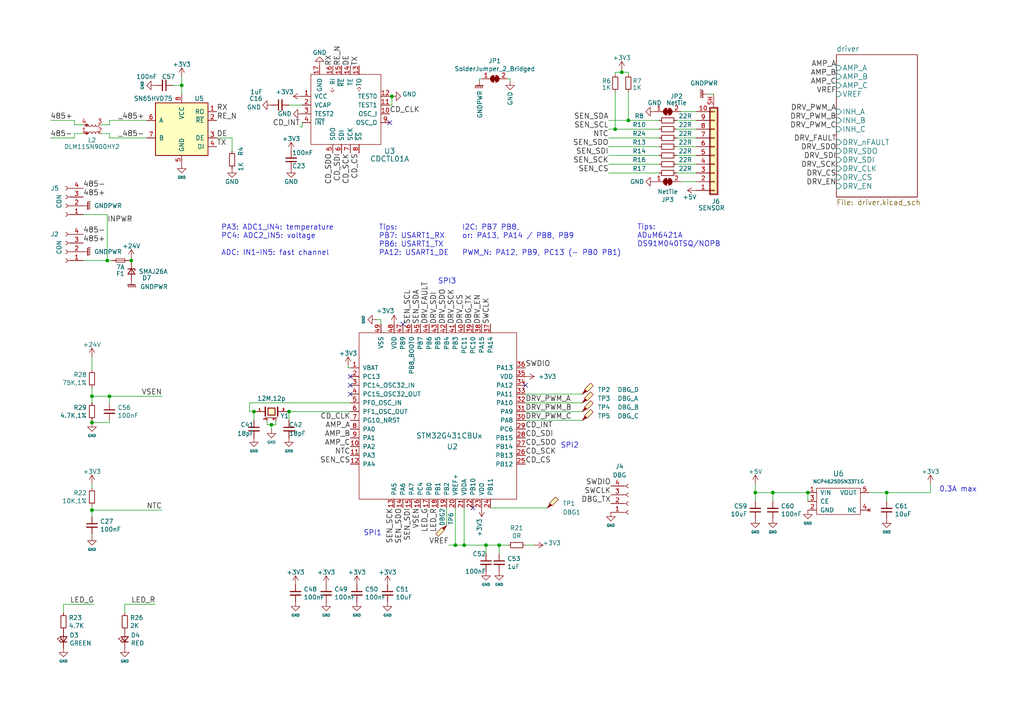
<source format=kicad_sch>
(kicad_sch (version 20230121) (generator eeschema)
  (paper "A4")
  (title_block (title "bldc") (date "2018-10-22") (rev "v0.1") (company "dukelec"))
  (lib_symbols
    (symbol "Connector:Conn_01x04_Female" (pin_names (offset 1.016) hide)
      (property "Reference" "J" (at 0 5.08 0))
      (property "Value" "Conn_01x04_Female" (at 0 -7.62 0))
      (symbol "Conn_01x04_Female_1_1"
        (pin passive line (at -5.08 2.54 0) (length 3.81) (name "Pin_1") (number "1"))
        (pin passive line (at -5.08 0 0) (length 3.81) (name "Pin_2") (number "2"))
        (pin passive line (at -5.08 -2.54 0) (length 3.81) (name "Pin_3") (number "3"))
        (pin passive line (at -5.08 -5.08 0) (length 3.81) (name "Pin_4") (number "4"))
      )
    )
    (symbol "Connector:TestPoint_Probe" (pin_numbers hide) (pin_names (offset 0.762) hide)
      (property "Reference" "TP" (at 1.651 5.842 0))
      (property "Value" "TestPoint_Probe" (at 1.651 4.064 0))
      (symbol "TestPoint_Probe_1_1"
        (pin passive line (at 0 0 90) (length 0) (name "1") (number "1"))
      )
    )
    (symbol "Connector_Generic_Shielded:Conn_01x10_Shielded" (pin_names (offset 1.016) hide)
      (property "Reference" "J" (at 0.254 12.446 0))
      (property "Value" "Conn_01x10_Shielded" (at 1.016 -14.986 0))
      (symbol "Conn_01x10_Shielded_1_1"
        (pin passive line (at -5.08 10.16 0) (length 4.064) (name "Pin_1") (number "1"))
        (pin passive line (at -5.08 -12.7 0) (length 4.064) (name "Pin_10") (number "10"))
        (pin passive line (at -5.08 7.62 0) (length 4.064) (name "Pin_2") (number "2"))
        (pin passive line (at -5.08 5.08 0) (length 4.064) (name "Pin_3") (number "3"))
        (pin passive line (at -5.08 2.54 0) (length 4.064) (name "Pin_4") (number "4"))
        (pin passive line (at -5.08 0 0) (length 4.064) (name "Pin_5") (number "5"))
        (pin passive line (at -5.08 -2.54 0) (length 4.064) (name "Pin_6") (number "6"))
        (pin passive line (at -5.08 -5.08 0) (length 4.064) (name "Pin_7") (number "7"))
        (pin passive line (at -5.08 -7.62 0) (length 4.064) (name "Pin_8") (number "8"))
        (pin passive line (at -5.08 -10.16 0) (length 4.064) (name "Pin_9") (number "9"))
        (pin passive line (at 0 -17.78 90) (length 3.81) (name "Shield") (number "SH"))
      )
    )
    (symbol "Device:C_Small" (pin_numbers hide) (pin_names (offset 0.254) hide)
      (property "Reference" "C" (at 0.254 1.778 0))
      (property "Value" "C_Small" (at 0.254 -2.032 0))
      (symbol "C_Small_1_1"
        (pin passive line (at 0 2.54 270) (length 2.032) (name "~") (number "1"))
        (pin passive line (at 0 -2.54 90) (length 2.032) (name "~") (number "2"))
      )
    )
    (symbol "Device:D_Zener_Small" (pin_numbers hide) (pin_names (offset 0.254) hide)
      (property "Reference" "D" (at 0 2.286 0))
      (property "Value" "D_Zener_Small" (at 0 -2.286 0))
      (symbol "D_Zener_Small_1_1"
        (pin passive line (at -2.54 0 0) (length 1.778) (name "K") (number "1"))
        (pin passive line (at 2.54 0 180) (length 1.778) (name "A") (number "2"))
      )
    )
    (symbol "Device:Fuse_Small" (pin_numbers hide) (pin_names (offset 0.254) hide)
      (property "Reference" "F" (at 0 -1.524 0))
      (property "Value" "Fuse_Small" (at 0 1.524 0))
      (symbol "Fuse_Small_1_1"
        (pin passive line (at -2.54 0 0) (length 1.27) (name "~") (number "1"))
        (pin passive line (at 2.54 0 180) (length 1.27) (name "~") (number "2"))
      )
    )
    (symbol "Device:LED_Small" (pin_numbers hide) (pin_names (offset 0.254) hide)
      (property "Reference" "D" (at -1.27 3.175 0))
      (property "Value" "LED_Small" (at -4.445 -2.54 0))
      (symbol "LED_Small_1_1"
        (pin passive line (at -2.54 0 0) (length 1.778) (name "K") (number "1"))
        (pin passive line (at 2.54 0 180) (length 1.778) (name "A") (number "2"))
      )
    )
    (symbol "Device:L_Coupled_Small_1243" (pin_names (offset 0.254) hide)
      (property "Reference" "L" (at 0 3.175 0))
      (property "Value" "L_Coupled_Small_1243" (at 0 -3.175 0))
      (symbol "L_Coupled_Small_1243_1_1"
        (pin passive line (at -2.54 1.27 0) (length 0.508) (name "1") (number "1"))
        (pin passive line (at 2.54 1.27 180) (length 0.508) (name "2") (number "2"))
        (pin passive line (at 2.54 -1.27 180) (length 0.508) (name "3") (number "3"))
        (pin passive line (at -2.54 -1.27 0) (length 0.508) (name "4") (number "4"))
      )
    )
    (symbol "Device:R_Small" (pin_numbers hide) (pin_names (offset 0.254) hide)
      (property "Reference" "R" (at 0.762 0.508 0))
      (property "Value" "R_Small" (at 0.762 -1.016 0))
      (symbol "R_Small_1_1"
        (pin passive line (at 0 2.54 270) (length 0.762) (name "~") (number "1"))
        (pin passive line (at 0 -2.54 90) (length 0.762) (name "~") (number "2"))
      )
    )
    (symbol "Interface_UART:SP3485EN" (pin_names (offset 1.016))
      (property "Reference" "U" (at -7.62 8.89 0))
      (property "Value" "SP3485EN" (at 2.54 8.89 0))
      (symbol "SP3485EN_1_1"
        (pin output line (at -10.16 5.08 0) (length 2.54) (name "RO") (number "1"))
        (pin input line (at -10.16 2.54 0) (length 2.54) (name "~{RE}") (number "2"))
        (pin input line (at -10.16 -2.54 0) (length 2.54) (name "DE") (number "3"))
        (pin input line (at -10.16 -5.08 0) (length 2.54) (name "DI") (number "4"))
        (pin power_in line (at 0 -10.16 90) (length 2.54) (name "GND") (number "5"))
        (pin bidirectional line (at 10.16 2.54 180) (length 2.54) (name "A") (number "6"))
        (pin bidirectional line (at 10.16 -2.54 180) (length 2.54) (name "B") (number "7"))
        (pin power_in line (at 0 10.16 270) (length 2.54) (name "VCC") (number "8"))
      )
    )
    (symbol "Jumper:SolderJumper_2_Bridged" (pin_names (offset 0) hide)
      (property "Reference" "JP" (at 0 2.032 0))
      (property "Value" "SolderJumper_2_Bridged" (at 0 -2.54 0))
      (symbol "SolderJumper_2_Bridged_1_1"
        (pin passive line (at -3.81 0 0) (length 2.54) (name "A") (number "1"))
        (pin passive line (at 3.81 0 180) (length 2.54) (name "B") (number "2"))
      )
    )
    (symbol "cdbus_bridge-rescue:C_Small-device1-cdbus_bridge-rescue" (pin_numbers hide) (pin_names (offset 0.254) hide)
      (property "Reference" "C" (at 0.254 1.778 0))
      (property "Value" "C_Small-device1-cdbus_bridge-rescue" (at 0.254 -2.032 0))
      (symbol "C_Small-device1-cdbus_bridge-rescue_1_1"
        (pin passive line (at 0 2.54 270) (length 2.032) (name "~") (number "1"))
        (pin passive line (at 0 -2.54 90) (length 2.032) (name "~") (number "2"))
      )
    )
    (symbol "cdbus_bridge-rescue:R_Small-device1-cdbus_bridge-rescue" (pin_numbers hide) (pin_names (offset 0.254) hide)
      (property "Reference" "R" (at 0.762 0.508 0))
      (property "Value" "R_Small-device1-cdbus_bridge-rescue" (at 0.762 -1.016 0))
      (symbol "R_Small-device1-cdbus_bridge-rescue_1_1"
        (pin passive line (at 0 2.54 270) (length 0.762) (name "~") (number "1"))
        (pin passive line (at 0 -2.54 90) (length 0.762) (name "~") (number "2"))
      )
    )
    (symbol "common:XTAL_4P" (pin_names (offset 1.016) hide)
      (property "Reference" "Y" (at 3.81 -1.27 0))
      (property "Value" "XTAL_4P" (at 0 2.54 0))
      (symbol "XTAL_4P_1_1"
        (pin passive line (at -5.08 0 0) (length 3.302) (name "1") (number "1"))
        (pin passive line (at -1.27 -2.54 90) (length 0.762) (name "case") (number "2"))
        (pin passive line (at 5.08 0 180) (length 3.302) (name "3") (number "3"))
        (pin passive line (at 1.27 -2.54 90) (length 0.762) (name "case") (number "4"))
      )
    )
    (symbol "power:+24V" (power) (pin_names (offset 0))
      (property "Value" "+24V" (at 0 3.556 0))
      (symbol "+24V_1_1"
        (pin power_in line (at 0 0 90) (length 0) hide (name "+24V") (number "1"))
      )
    )
    (symbol "power:+3V3" (power) (pin_names (offset 0))
      (property "Value" "+3V3" (at 0 3.556 0))
      (symbol "+3V3_1_1"
        (pin power_in line (at 0 0 90) (length 0) hide (name "+3V3") (number "1"))
      )
    )
    (symbol "power:+5V" (power) (pin_names (offset 0))
      (property "Value" "+5V" (at 0 3.556 0))
      (symbol "+5V_1_1"
        (pin power_in line (at 0 0 90) (length 0) hide (name "+5V") (number "1"))
      )
    )
    (symbol "power:GND" (power) (pin_names (offset 0))
      (property "Value" "GND" (at 0 -3.81 0))
      (symbol "GND_1_1"
        (pin power_in line (at 0 0 270) (length 0) hide (name "GND") (number "1"))
      )
    )
    (symbol "power:GNDPWR" (power) (pin_names (offset 0))
      (property "Value" "GNDPWR" (at 0 -3.302 0))
      (symbol "GNDPWR_1_1"
        (pin power_in line (at 0 0 270) (length 0) hide (name "GNDPWR") (number "1"))
      )
    )
    (symbol "uncommon:CDCTL01A" (pin_names (offset 1.016))
      (property "Reference" "U" (at 12.7 -9.144 0))
      (property "Value" "CDCTL01A" (at 12.7 -11.938 0))
      (symbol "CDCTL01A_1_1"
        (pin power_in line (at -12.7 3.81 0) (length 2.54) (name "VCC") (number "1"))
        (pin input line (at 12.7 -1.27 180) (length 2.54) (name "OSC_I") (number "10"))
        (pin input line (at 12.7 1.27 180) (length 2.54) (name "TEST1") (number "11"))
        (pin input line (at 12.7 3.81 180) (length 2.54) (name "TEST0") (number "12"))
        (pin output line (at 3.81 12.7 270) (length 2.54) (name "TO") (number "13"))
        (pin output line (at 1.27 12.7 270) (length 2.54) (name "TE") (number "14"))
        (pin output line (at -1.27 12.7 270) (length 2.54) (name "~{RE}") (number "15"))
        (pin input line (at -3.81 12.7 270) (length 2.54) (name "RI") (number "16"))
        (pin power_in line (at -7.62 12.7 270) (length 2.54) (name "GND") (number "17"))
        (pin power_out line (at -12.7 1.27 0) (length 2.54) (name "VCAP") (number "2"))
        (pin input line (at -12.7 -1.27 0) (length 2.54) (name "TEST2") (number "3"))
        (pin open_collector line (at -12.7 -3.81 0) (length 2.54) (name "~{INT}") (number "4"))
        (pin output line (at -3.81 -12.7 90) (length 2.54) (name "SDO") (number "5"))
        (pin input line (at -1.27 -12.7 90) (length 2.54) (name "SDI") (number "6"))
        (pin input line (at 1.27 -12.7 90) (length 2.54) (name "SCK") (number "7"))
        (pin input line (at 3.81 -12.7 90) (length 2.54) (name "~{SS}") (number "8"))
        (pin output line (at 12.7 -3.81 180) (length 2.54) (name "OSC_O") (number "9"))
      )
    )
    (symbol "uncommon:NCP4625DSN33T1G" (pin_names (offset 1.016))
      (property "Reference" "U" (at 0 5.08 0))
      (property "Value" "NCP4625DSN33T1G" (at 1.27 -5.08 0))
      (symbol "NCP4625DSN33T1G_1_1"
        (pin input line (at -8.89 2.54 0) (length 2.54) (name "VIN") (number "1"))
        (pin passive line (at -8.89 -2.54 0) (length 2.54) (name "GND") (number "2"))
        (pin passive line (at -8.89 0 0) (length 2.54) (name "CE") (number "3"))
        (pin no_connect line (at 8.89 -2.54 180) (length 2.54) (name "NC") (number "4"))
        (pin output line (at 8.89 2.54 180) (length 2.54) (name "VOUT") (number "5"))
      )
    )
    (symbol "uncommon:STM32G431CBUx" (pin_names (offset 1.016))
      (property "Reference" "U" (at 43.18 -49.53 0))
      (property "Value" "STM32G431CBUx" (at 22.86 -36.83 0))
      (symbol "STM32G431CBUx_1_1"
        (pin power_in line (at -2.54 -10.16 0) (length 2.54) (name "VBAT") (number "1"))
        (pin bidirectional line (at -2.54 -33.02 0) (length 2.54) (name "PA2") (number "10"))
        (pin bidirectional line (at -2.54 -35.56 0) (length 2.54) (name "PA3") (number "11"))
        (pin bidirectional line (at -2.54 -38.1 0) (length 2.54) (name "PA4") (number "12"))
        (pin bidirectional line (at 10.16 -50.8 90) (length 2.54) (name "PA5") (number "13"))
        (pin bidirectional line (at 12.7 -50.8 90) (length 2.54) (name "PA6") (number "14"))
        (pin bidirectional line (at 15.24 -50.8 90) (length 2.54) (name "PA7") (number "15"))
        (pin bidirectional line (at 17.78 -50.8 90) (length 2.54) (name "PC4") (number "16"))
        (pin bidirectional line (at 20.32 -50.8 90) (length 2.54) (name "PB0") (number "17"))
        (pin bidirectional line (at 22.86 -50.8 90) (length 2.54) (name "PB1") (number "18"))
        (pin bidirectional line (at 25.4 -50.8 90) (length 2.54) (name "PB2") (number "19"))
        (pin bidirectional line (at -2.54 -12.7 0) (length 2.54) (name "PC13") (number "2"))
        (pin passive line (at 27.94 -50.8 90) (length 2.54) (name "VREF+") (number "20"))
        (pin power_in line (at 30.48 -50.8 90) (length 2.54) (name "VDDA") (number "21"))
        (pin bidirectional line (at 33.02 -50.8 90) (length 2.54) (name "PB10") (number "22"))
        (pin power_in line (at 35.56 -50.8 90) (length 2.54) (name "VDD") (number "23"))
        (pin bidirectional line (at 38.1 -50.8 90) (length 2.54) (name "PB11") (number "24"))
        (pin bidirectional line (at 48.26 -38.1 180) (length 2.54) (name "PB12") (number "25"))
        (pin bidirectional line (at 48.26 -35.56 180) (length 2.54) (name "PB13") (number "26"))
        (pin bidirectional line (at 48.26 -33.02 180) (length 2.54) (name "PB14") (number "27"))
        (pin bidirectional line (at 48.26 -30.48 180) (length 2.54) (name "PB15") (number "28"))
        (pin bidirectional line (at 48.26 -27.94 180) (length 2.54) (name "PC6") (number "29"))
        (pin bidirectional line (at -2.54 -15.24 0) (length 2.54) (name "PC14_OSC32_IN") (number "3"))
        (pin bidirectional line (at 48.26 -25.4 180) (length 2.54) (name "PA8") (number "30"))
        (pin bidirectional line (at 48.26 -22.86 180) (length 2.54) (name "PA9") (number "31"))
        (pin bidirectional line (at 48.26 -20.32 180) (length 2.54) (name "PA10") (number "32"))
        (pin bidirectional line (at 48.26 -17.78 180) (length 2.54) (name "PA11") (number "33"))
        (pin bidirectional line (at 48.26 -15.24 180) (length 2.54) (name "PA12") (number "34"))
        (pin power_in line (at 48.26 -12.7 180) (length 2.54) (name "VDD") (number "35"))
        (pin bidirectional line (at 48.26 -10.16 180) (length 2.54) (name "PA13") (number "36"))
        (pin bidirectional line (at 38.1 2.54 270) (length 2.54) (name "PA14") (number "37"))
        (pin bidirectional line (at 35.56 2.54 270) (length 2.54) (name "PA15") (number "38"))
        (pin bidirectional line (at 33.02 2.54 270) (length 2.54) (name "PC10") (number "39"))
        (pin bidirectional line (at -2.54 -17.78 0) (length 2.54) (name "PC15_OSC32_OUT") (number "4"))
        (pin bidirectional line (at 30.48 2.54 270) (length 2.54) (name "PC11") (number "40"))
        (pin bidirectional line (at 27.94 2.54 270) (length 2.54) (name "PB3") (number "41"))
        (pin bidirectional line (at 25.4 2.54 270) (length 2.54) (name "PB4") (number "42"))
        (pin bidirectional line (at 22.86 2.54 270) (length 2.54) (name "PB5") (number "43"))
        (pin bidirectional line (at 20.32 2.54 270) (length 2.54) (name "PB6") (number "44"))
        (pin bidirectional line (at 17.78 2.54 270) (length 2.54) (name "PB7") (number "45"))
        (pin bidirectional line (at 15.24 2.54 270) (length 2.54) (name "PB8_BOOT0") (number "46"))
        (pin bidirectional line (at 12.7 2.54 270) (length 2.54) (name "PB9") (number "47"))
        (pin power_in line (at 10.16 2.54 270) (length 2.54) (name "VDD") (number "48"))
        (pin power_in line (at 6.35 2.54 270) (length 2.54) (name "VSS") (number "49"))
        (pin bidirectional line (at -2.54 -20.32 0) (length 2.54) (name "PF0_OSC_IN") (number "5"))
        (pin bidirectional line (at -2.54 -22.86 0) (length 2.54) (name "PF1_OSC_OUT") (number "6"))
        (pin bidirectional line (at -2.54 -25.4 0) (length 2.54) (name "PG10_NRST") (number "7"))
        (pin bidirectional line (at -2.54 -27.94 0) (length 2.54) (name "PA0") (number "8"))
        (pin bidirectional line (at -2.54 -30.48 0) (length 2.54) (name "PA1") (number "9"))
      )
    )
  )
  (junction (at 26.67 114.935))
  (junction (at 219.075 142.875))
  (junction (at 31.115 75.565))
  (junction (at 144.78 158.115))
  (junction (at 182.245 34.925))
  (junction (at 113.665 27.94))
  (junction (at 31.75 114.935))
  (junction (at 78.74 123.19))
  (junction (at 26.67 147.955))
  (junction (at 140.97 158.115))
  (junction (at 38.1 75.565))
  (junction (at 83.82 119.38))
  (junction (at 178.435 37.465))
  (junction (at 52.705 24.765))
  (junction (at 134.62 158.115))
  (junction (at 26.67 122.555))
  (junction (at 234.315 142.875))
  (junction (at 73.66 119.38))
  (junction (at 257.175 142.875))
  (junction (at 132.08 158.115))
  (junction (at 180.34 20.955))
  (junction (at 224.155 142.875))
  (no_connect (at 137.16 147.32))
  (no_connect (at 101.6 109.22))
  (no_connect (at 152.4 111.76))
  (no_connect (at 101.6 111.76))
  (no_connect (at 116.84 93.98))
  (no_connect (at 113.03 35.56))
  (no_connect (at 101.6 114.3))
  (wire (pts (xy 52.705 22.225) (xy 52.705 24.765)))
  (wire (pts (xy 80.01 121.92) (xy 80.01 123.19)))
  (wire (pts (xy 176.53 40.005) (xy 191.135 40.005)))
  (wire (pts (xy 83.82 30.48) (xy 87.63 30.48)))
  (wire (pts (xy 197.485 32.385) (xy 201.93 32.385)))
  (wire (pts (xy 24.13 36.195) (xy 21.59 36.195)))
  (wire (pts (xy 132.08 158.115) (xy 134.62 158.115)))
  (wire (pts (xy 140.97 158.115) (xy 144.78 158.115)))
  (wire (pts (xy 154.94 158.115) (xy 152.4 158.115)))
  (wire (pts (xy 144.78 158.115) (xy 147.32 158.115)))
  (wire (pts (xy 178.435 21.59) (xy 178.435 20.955)))
  (wire (pts (xy 38.1 74.93) (xy 38.1 75.565)))
  (wire (pts (xy 31.75 121.92) (xy 31.75 122.555)))
  (wire (pts (xy 50.165 24.765) (xy 52.705 24.765)))
  (wire (pts (xy 72.39 116.84) (xy 72.39 119.38)))
  (wire (pts (xy 21.59 36.195) (xy 21.59 34.925)))
  (wire (pts (xy 77.47 123.19) (xy 78.74 123.19)))
  (wire (pts (xy 31.115 62.23) (xy 31.115 75.565)))
  (wire (pts (xy 176.53 45.085) (xy 191.135 45.085)))
  (wire (pts (xy 29.21 36.195) (xy 31.75 36.195)))
  (wire (pts (xy 158.75 147.32) (xy 142.24 147.32)))
  (wire (pts (xy 176.53 34.925) (xy 182.245 34.925)))
  (wire (pts (xy 224.155 142.875) (xy 234.315 142.875)))
  (wire (pts (xy 24.13 75.565) (xy 31.115 75.565)))
  (wire (pts (xy 152.4 116.84) (xy 168.91 116.84)))
  (wire (pts (xy 26.67 112.395) (xy 26.67 114.935)))
  (wire (pts (xy 26.67 146.685) (xy 26.67 147.955)))
  (wire (pts (xy 140.97 160.655) (xy 140.97 158.115)))
  (wire (pts (xy 152.4 114.3) (xy 168.91 114.3)))
  (wire (pts (xy 197.485 52.705) (xy 201.93 52.705)))
  (wire (pts (xy 196.215 40.005) (xy 201.93 40.005)))
  (wire (pts (xy 139.065 22.86) (xy 139.065 23.495)))
  (wire (pts (xy 196.215 45.085) (xy 201.93 45.085)))
  (wire (pts (xy 31.75 122.555) (xy 26.67 122.555)))
  (wire (pts (xy 67.31 43.815) (xy 67.31 40.005)))
  (wire (pts (xy 77.47 121.92) (xy 77.47 123.19)))
  (wire (pts (xy 18.415 177.8) (xy 18.415 175.26)))
  (wire (pts (xy 52.705 24.765) (xy 52.705 27.305)))
  (wire (pts (xy 26.67 147.955) (xy 46.99 147.955)))
  (wire (pts (xy 180.34 20.955) (xy 182.245 20.955)))
  (wire (pts (xy 29.21 38.735) (xy 31.75 38.735)))
  (wire (pts (xy 134.62 158.115) (xy 134.62 147.32)))
  (wire (pts (xy 101.6 119.38) (xy 83.82 119.38)))
  (wire (pts (xy 176.53 37.465) (xy 178.435 37.465)))
  (wire (pts (xy 100.965 106.045) (xy 100.965 106.68)))
  (wire (pts (xy 26.67 121.92) (xy 26.67 122.555)))
  (wire (pts (xy 182.245 34.925) (xy 191.135 34.925)))
  (wire (pts (xy 18.415 175.26) (xy 27.305 175.26)))
  (wire (pts (xy 176.53 47.625) (xy 191.135 47.625)))
  (wire (pts (xy 178.435 26.67) (xy 178.435 37.465)))
  (wire (pts (xy 178.435 20.955) (xy 180.34 20.955)))
  (wire (pts (xy 31.75 38.735) (xy 31.75 40.005)))
  (wire (pts (xy 147.32 22.86) (xy 147.955 22.86)))
  (wire (pts (xy 219.075 140.335) (xy 219.075 142.875)))
  (wire (pts (xy 38.1 75.565) (xy 38.1 76.2)))
  (wire (pts (xy 83.82 119.38) (xy 83.82 121.92)))
  (wire (pts (xy 24.13 62.23) (xy 31.115 62.23)))
  (wire (pts (xy 87.63 36.83) (xy 87.63 35.56)))
  (wire (pts (xy 147.955 22.86) (xy 147.955 23.495)))
  (wire (pts (xy 26.67 107.315) (xy 26.67 103.505)))
  (wire (pts (xy 80.01 123.19) (xy 78.74 123.19)))
  (wire (pts (xy 72.39 119.38) (xy 73.66 119.38)))
  (wire (pts (xy 252.095 142.875) (xy 257.175 142.875)))
  (wire (pts (xy 132.08 147.32) (xy 132.08 158.115)))
  (wire (pts (xy 182.245 20.955) (xy 182.245 21.59)))
  (wire (pts (xy 152.4 121.92) (xy 168.91 121.92)))
  (wire (pts (xy 182.245 26.67) (xy 182.245 34.925)))
  (wire (pts (xy 219.075 142.875) (xy 224.155 142.875)))
  (wire (pts (xy 168.91 119.38) (xy 152.4 119.38)))
  (wire (pts (xy 36.195 177.8) (xy 36.195 175.26)))
  (wire (pts (xy 37.465 75.565) (xy 38.1 75.565)))
  (wire (pts (xy 31.75 114.935) (xy 31.75 116.84)))
  (wire (pts (xy 257.175 142.875) (xy 257.175 145.415)))
  (wire (pts (xy 109.22 92.71) (xy 110.49 92.71)))
  (wire (pts (xy 86.995 36.83) (xy 87.63 36.83)))
  (wire (pts (xy 180.34 20.32) (xy 180.34 20.955)))
  (wire (pts (xy 234.315 145.415) (xy 234.315 142.875)))
  (wire (pts (xy 31.75 34.925) (xy 42.545 34.925)))
  (wire (pts (xy 139.7 22.86) (xy 139.065 22.86)))
  (wire (pts (xy 31.115 75.565) (xy 32.385 75.565)))
  (wire (pts (xy 196.215 34.925) (xy 201.93 34.925)))
  (wire (pts (xy 31.75 114.935) (xy 46.99 114.935)))
  (wire (pts (xy 176.53 50.165) (xy 191.135 50.165)))
  (wire (pts (xy 196.215 47.625) (xy 201.93 47.625)))
  (wire (pts (xy 24.13 38.735) (xy 21.59 38.735)))
  (wire (pts (xy 129.54 147.32) (xy 129.54 152.4)))
  (wire (pts (xy 196.215 50.165) (xy 201.93 50.165)))
  (wire (pts (xy 113.665 30.48) (xy 113.03 30.48)))
  (wire (pts (xy 31.75 36.195) (xy 31.75 34.925)))
  (wire (pts (xy 113.665 27.94) (xy 113.03 27.94)))
  (wire (pts (xy 257.175 142.875) (xy 269.875 142.875)))
  (wire (pts (xy 113.665 27.94) (xy 113.665 30.48)))
  (wire (pts (xy 176.53 42.545) (xy 191.135 42.545)))
  (wire (pts (xy 205.105 27.305) (xy 207.01 27.305)))
  (wire (pts (xy 36.195 175.26) (xy 45.085 175.26)))
  (wire (pts (xy 21.59 34.925) (xy 14.605 34.925)))
  (wire (pts (xy 134.62 158.115) (xy 140.97 158.115)))
  (wire (pts (xy 67.31 40.005) (xy 62.865 40.005)))
  (wire (pts (xy 144.78 158.115) (xy 144.78 160.655)))
  (wire (pts (xy 196.215 42.545) (xy 201.93 42.545)))
  (wire (pts (xy 178.435 37.465) (xy 191.135 37.465)))
  (wire (pts (xy 21.59 38.735) (xy 21.59 40.005)))
  (wire (pts (xy 31.75 40.005) (xy 42.545 40.005)))
  (wire (pts (xy 100.965 106.68) (xy 101.6 106.68)))
  (wire (pts (xy 26.67 147.955) (xy 26.67 149.86)))
  (wire (pts (xy 26.67 154.94) (xy 26.67 155.575)))
  (wire (pts (xy 219.075 142.875) (xy 219.075 145.415)))
  (wire (pts (xy 26.67 114.935) (xy 26.67 116.84)))
  (wire (pts (xy 269.875 140.335) (xy 269.875 142.875)))
  (wire (pts (xy 196.215 37.465) (xy 201.93 37.465)))
  (wire (pts (xy 72.39 116.84) (xy 101.6 116.84)))
  (wire (pts (xy 73.66 119.38) (xy 73.66 121.92)))
  (wire (pts (xy 26.67 141.605) (xy 26.67 140.335)))
  (wire (pts (xy 78.74 123.19) (xy 78.74 124.46)))
  (wire (pts (xy 130.175 158.115) (xy 132.08 158.115)))
  (wire (pts (xy 224.155 142.875) (xy 224.155 145.415)))
  (wire (pts (xy 21.59 40.005) (xy 14.605 40.005)))
  (wire (pts (xy 26.67 114.935) (xy 31.75 114.935)))
  (wire (pts (xy 110.49 92.71) (xy 110.49 93.98)))
  (text "PA3: ADC1_IN4: temperature\nPC4: ADC2_IN5: voltage\n\nADC: IN1~IN5: fast channel" (at 64.135 74.295 0) (effects (font (size 1.524 1.524)) (justify left bottom)))
  (text "Tips:\nPB7: USART1_RX\nPB6: USART1_TX\nPA12: USART1_DE" (at 109.855 74.295 0) (effects (font (size 1.524 1.524)) (justify left bottom)))
  (text "SPI3" (at 127 82.55 0) (effects (font (size 1.524 1.524)) (justify left bottom)))
  (text "SPI1" (at 105.41 155.575 0) (effects (font (size 1.524 1.524)) (justify left bottom)))
  (text "Tips:\nADuM6421A\nDS91M040TSQ/NOPB" (at 184.785 71.755 0) (effects (font (size 1.524 1.524)) (justify left bottom)))
  (text "I2C: PB7 PB8,\nor: PA13, PA14 / PB8, PB9\n\nPWM_N: PA12, PB9, PC13 (- PB0 PB1)" (at 133.985 74.295 0) (effects (font (size 1.524 1.524)) (justify left bottom)))
  (text "0.3A max" (at 272.415 142.875 0) (effects (font (size 1.524 1.524)) (justify left bottom)))
  (text "SPI2" (at 162.56 130.175 0) (effects (font (size 1.524 1.524)) (justify left bottom)))
  (label "DRV_CS" (at 242.57 51.435 180) (effects (font (size 1.524 1.524))))
  (label "485-" (at 14.605 40.005 0) (effects (font (size 1.524 1.524))))
  (label "RX" (at 62.865 32.385 0) (effects (font (size 1.524 1.524))))
  (label "SEN_SCL" (at 176.53 37.465 180) (effects (font (size 1.524 1.524))))
  (label "CD_SDI" (at 99.06 44.45 270) (effects (font (size 1.524 1.524))))
  (label "DRV_SCK" (at 132.08 93.98 90) (effects (font (size 1.524 1.524))))
  (label "CD_CS" (at 152.4 134.62 0) (effects (font (size 1.524 1.524))))
  (label "DRV_CS" (at 134.62 93.98 90) (effects (font (size 1.524 1.524))))
  (label "CD_CLK" (at 101.6 121.92 180) (effects (font (size 1.524 1.524))))
  (label "DRV_PWM_B" (at 242.57 34.925 180) (effects (font (size 1.524 1.524))))
  (label "SWDIO" (at 152.4 106.68 0) (effects (font (size 1.524 1.524))))
  (label "AMP_A" (at 101.6 124.46 180) (effects (font (size 1.524 1.524))))
  (label "AMP_C" (at 242.57 24.765 180) (effects (font (size 1.524 1.524))))
  (label "AMP_C" (at 101.6 129.54 180) (effects (font (size 1.524 1.524))))
  (label "CD_SDO" (at 96.52 44.45 270) (effects (font (size 1.524 1.524))))
  (label "SWDIO" (at 177.165 140.97 180) (effects (font (size 1.524 1.524))))
  (label "SWCLK" (at 142.24 93.98 90) (effects (font (size 1.524 1.524))))
  (label "SEN_SDI" (at 119.38 147.32 270) (effects (font (size 1.524 1.524))))
  (label "DE" (at 101.6 19.05 90) (effects (font (size 1.524 1.524))))
  (label "SEN_SDO" (at 116.84 147.32 270) (effects (font (size 1.524 1.524))))
  (label "CD_SCK" (at 101.6 44.45 270) (effects (font (size 1.524 1.524))))
  (label "DRV_EN" (at 242.57 53.975 180) (effects (font (size 1.524 1.524))))
  (label "CD_SDI" (at 152.4 127 0) (effects (font (size 1.524 1.524))))
  (label "DRV_SDO" (at 129.54 93.98 90) (effects (font (size 1.524 1.524))))
  (label "DRV_PWM_C" (at 152.4 121.92 0) (effects (font (size 1.524 1.524))))
  (label "SEN_SDA" (at 121.92 93.98 90) (effects (font (size 1.524 1.524))))
  (label "485-" (at 24.13 54.61 0) (effects (font (size 1.524 1.524))))
  (label "485+" (at 14.605 34.925 0) (effects (font (size 1.524 1.524))))
  (label "SEN_CS" (at 176.53 50.165 180) (effects (font (size 1.524 1.524))))
  (label "485-" (at 24.13 67.945 0) (effects (font (size 1.524 1.524))))
  (label "TX" (at 62.865 42.545 0) (effects (font (size 1.524 1.524))))
  (label "AMP_A" (at 242.57 19.685 180) (effects (font (size 1.524 1.524))))
  (label "DRV_SDI" (at 242.57 46.355 180) (effects (font (size 1.524 1.524))))
  (label "SEN_SCK" (at 114.3 147.32 270) (effects (font (size 1.524 1.524))))
  (label "VREF" (at 130.175 158.115 180) (effects (font (size 1.524 1.524))))
  (label "VREF" (at 242.57 27.305 180) (effects (font (size 1.524 1.524))))
  (label "CD_INT" (at 86.995 36.83 180) (effects (font (size 1.524 1.524))))
  (label "AMP_B" (at 101.6 127 180) (effects (font (size 1.524 1.524))))
  (label "CD_CLK" (at 113.03 33.02 0) (effects (font (size 1.524 1.524))))
  (label "DRV_PWM_C" (at 242.57 37.465 180) (effects (font (size 1.524 1.524))))
  (label "DRV_SCK" (at 242.57 48.895 180) (effects (font (size 1.524 1.524))))
  (label "CD_SCK" (at 152.4 132.08 0) (effects (font (size 1.524 1.524))))
  (label "DRV_PWM_B" (at 152.4 119.38 0) (effects (font (size 1.524 1.524))))
  (label "NTC" (at 101.6 132.08 180) (effects (font (size 1.524 1.524))))
  (label "DBG_TX" (at 177.165 146.05 180) (effects (font (size 1.524 1.524))))
  (label "SEN_SDO" (at 176.53 42.545 180) (effects (font (size 1.524 1.524))))
  (label "INPWR" (at 31.115 64.77 0) (effects (font (size 1.524 1.524))))
  (label "RX" (at 96.52 19.05 90) (effects (font (size 1.524 1.524))))
  (label "DRV_EN" (at 139.7 93.98 90) (effects (font (size 1.524 1.524))))
  (label "SEN_SDA" (at 176.53 34.925 180) (effects (font (size 1.524 1.524))))
  (label "DRV_PWM_A" (at 242.57 32.385 180) (effects (font (size 1.524 1.524))))
  (label "CD_CS" (at 104.14 44.45 270) (effects (font (size 1.524 1.524))))
  (label "485+" (at 24.13 70.485 0) (effects (font (size 1.524 1.524))))
  (label "DRV_FAULT" (at 242.57 41.275 180) (effects (font (size 1.524 1.524))))
  (label "LED_G" (at 27.305 175.26 180) (effects (font (size 1.524 1.524))))
  (label "LED_G" (at 124.46 147.32 270) (effects (font (size 1.524 1.524))))
  (label "TX" (at 104.14 19.05 90) (effects (font (size 1.524 1.524))))
  (label "LED_R" (at 127 147.32 270) (effects (font (size 1.524 1.524))))
  (label "RE_N" (at 62.865 34.925 0) (effects (font (size 1.524 1.524))))
  (label "SWCLK" (at 177.165 143.51 180) (effects (font (size 1.524 1.524))))
  (label "DRV_SDI" (at 127 93.98 90) (effects (font (size 1.524 1.524))))
  (label "485+" (at 24.13 57.15 0) (effects (font (size 1.524 1.524))))
  (label "CD_INT" (at 152.4 124.46 0) (effects (font (size 1.524 1.524))))
  (label "NTC" (at 176.53 40.005 180) (effects (font (size 1.524 1.524))))
  (label "SEN_CS" (at 101.6 134.62 180) (effects (font (size 1.524 1.524))))
  (label "VSEN" (at 121.92 147.32 270) (effects (font (size 1.524 1.524))))
  (label "SEN_SCK" (at 176.53 47.625 180) (effects (font (size 1.524 1.524))))
  (label "DRV_SDO" (at 242.57 43.815 180) (effects (font (size 1.524 1.524))))
  (label "SEN_SCL" (at 119.38 93.98 90) (effects (font (size 1.524 1.524))))
  (label "CD_SDO" (at 152.4 129.54 0) (effects (font (size 1.524 1.524))))
  (label "_485+" (at 34.29 34.925 0) (effects (font (size 1.524 1.524))))
  (label "RE_N" (at 99.06 19.05 90) (effects (font (size 1.524 1.524))))
  (label "SEN_SDI" (at 176.53 45.085 180) (effects (font (size 1.524 1.524))))
  (label "DBG_TX" (at 137.16 93.98 90) (effects (font (size 1.524 1.524))))
  (label "DRV_PWM_A" (at 152.4 116.84 0) (effects (font (size 1.524 1.524))))
  (label "DRV_FAULT" (at 124.46 93.98 90) (effects (font (size 1.524 1.524))))
  (label "_485-" (at 34.29 40.005 0) (effects (font (size 1.524 1.524))))
  (label "VSEN" (at 46.99 114.935 180) (effects (font (size 1.524 1.524))))
  (label "AMP_B" (at 242.57 22.225 180) (effects (font (size 1.524 1.524))))
  (label "LED_R" (at 45.085 175.26 180) (effects (font (size 1.524 1.524))))
  (label "NTC" (at 46.99 147.955 180) (effects (font (size 1.524 1.524))))
  (label "DE" (at 62.865 40.005 0) (effects (font (size 1.524 1.524))))
  (symbol (lib_id "power:GND") (at 52.705 47.625 0) (mirror y) (unit 1)
    (property "Reference" "#PWR0114" (effects hide))
    (property "Value" "GND" (at 52.705 51.435 0) (effects (font (size 0.762 0.762))))
  )
  (symbol (lib_id "power:GND") (at 45.085 24.765 270) (mirror x) (unit 1)
    (property "Reference" "#PWR0115" (effects hide))
    (property "Value" "GND" (at 41.275 24.765 0) (effects (font (size 0.762 0.762))))
  )
  (symbol (lib_id "power:+3V3") (at 52.705 22.225 0) (mirror y) (unit 1)
    (property "Reference" "#PWR0113" (effects hide))
    (property "Value" "+3V3" (at 52.705 18.669 0))
  )
  (symbol (lib_id "power:+3V3") (at 154.94 158.115 270) (unit 1)
    (property "Reference" "#PWR098" (effects hide))
    (property "Value" "+3V3" (at 160.02 157.48 90))
  )
  (symbol (lib_id "power:GND") (at 140.97 165.735 0) (mirror y) (unit 1)
    (property "Reference" "#PWR096" (effects hide))
    (property "Value" "GND" (at 140.97 169.545 0) (effects (font (size 0.762 0.762))))
  )
  (symbol (lib_id "power:GND") (at 177.165 148.59 0) (unit 1)
    (property "Reference" "#PWR079" (effects hide))
    (property "Value" "GND" (at 177.165 152.4 0) (effects (font (size 0.762 0.762))))
  )
  (symbol (lib_id "power:GND") (at 73.66 127 0) (unit 1)
    (property "Reference" "#PWR070" (effects hide))
    (property "Value" "GND" (at 73.66 130.81 0) (effects (font (size 0.762 0.762))))
  )
  (symbol (lib_id "power:GND") (at 83.82 127 0) (unit 1)
    (property "Reference" "#PWR072" (effects hide))
    (property "Value" "GND" (at 83.82 130.81 0) (effects (font (size 0.762 0.762))))
  )
  (symbol (lib_id "power:GND") (at 78.74 124.46 0) (unit 1)
    (property "Reference" "#PWR071" (effects hide))
    (property "Value" "GND" (at 78.74 128.27 0) (effects (font (size 0.762 0.762))))
  )
  (symbol (lib_id "power:GND") (at 144.78 165.735 0) (mirror y) (unit 1)
    (property "Reference" "#PWR097" (effects hide))
    (property "Value" "GND" (at 144.78 169.545 0) (effects (font (size 0.762 0.762))))
  )
  (symbol (lib_id "power:+3V3") (at 85.725 169.545 0) (unit 1)
    (property "Reference" "#PWR084" (effects hide))
    (property "Value" "+3V3" (at 85.725 165.989 0))
  )
  (symbol (lib_id "power:GND") (at 85.725 174.625 0) (unit 1)
    (property "Reference" "#PWR085" (effects hide))
    (property "Value" "GND" (at 85.725 178.435 0) (effects (font (size 0.762 0.762))))
  )
  (symbol (lib_id "power:+3V3") (at 94.615 169.545 0) (unit 1)
    (property "Reference" "#PWR086" (effects hide))
    (property "Value" "+3V3" (at 94.615 165.989 0))
  )
  (symbol (lib_id "power:GND") (at 94.615 174.625 0) (unit 1)
    (property "Reference" "#PWR087" (effects hide))
    (property "Value" "GND" (at 94.615 178.435 0) (effects (font (size 0.762 0.762))))
  )
  (symbol (lib_id "power:+3V3") (at 103.505 169.545 0) (unit 1)
    (property "Reference" "#PWR088" (effects hide))
    (property "Value" "+3V3" (at 103.505 165.989 0))
  )
  (symbol (lib_id "power:GND") (at 103.505 174.625 0) (unit 1)
    (property "Reference" "#PWR089" (effects hide))
    (property "Value" "GND" (at 103.505 178.435 0) (effects (font (size 0.762 0.762))))
  )
  (symbol (lib_id "power:+3V3") (at 112.395 169.545 0) (unit 1)
    (property "Reference" "#PWR090" (effects hide))
    (property "Value" "+3V3" (at 112.395 165.989 0))
  )
  (symbol (lib_id "power:GND") (at 112.395 174.625 0) (unit 1)
    (property "Reference" "#PWR091" (effects hide))
    (property "Value" "GND" (at 112.395 178.435 0) (effects (font (size 0.762 0.762))))
  )
  (symbol (lib_id "power:+24V") (at 26.67 103.505 0) (unit 1)
    (property "Reference" "#PWR0110" (effects hide))
    (property "Value" "+24V" (at 26.67 99.949 0))
  )
  (symbol (lib_id "power:GND") (at 26.67 122.555 0) (unit 1)
    (property "Reference" "#PWR0111" (effects hide))
    (property "Value" "GND" (at 26.67 126.365 0) (effects (font (size 0.762 0.762))))
  )
  (symbol (lib_id "power:GND") (at 36.195 187.96 0) (mirror y) (unit 1)
    (property "Reference" "#PWR0105" (effects hide))
    (property "Value" "GND" (at 36.195 191.77 0) (effects (font (size 0.762 0.762))))
  )
  (symbol (lib_id "power:GND") (at 18.415 187.96 0) (mirror y) (unit 1)
    (property "Reference" "#PWR0100" (effects hide))
    (property "Value" "GND" (at 18.415 191.77 0) (effects (font (size 0.762 0.762))))
  )
  (symbol (lib_id "power:GND") (at 219.075 150.495 0) (unit 1)
    (property "Reference" "#PWR0124" (effects hide))
    (property "Value" "GND" (at 219.075 154.305 0) (effects (font (size 0.762 0.762))))
  )
  (symbol (lib_id "power:GND") (at 224.155 150.495 0) (unit 1)
    (property "Reference" "#PWR0125" (effects hide))
    (property "Value" "GND" (at 224.155 154.305 0) (effects (font (size 0.762 0.762))))
  )
  (symbol (lib_id "power:GND") (at 234.315 147.955 0) (unit 1)
    (property "Reference" "#PWR0126" (effects hide))
    (property "Value" "GND" (at 234.315 151.765 0) (effects (font (size 0.762 0.762))))
  )
  (symbol (lib_id "power:+5V") (at 219.075 140.335 0) (unit 1)
    (property "Reference" "#PWR0123" (effects hide))
    (property "Value" "+5V" (at 219.075 136.779 0))
  )
  (symbol (lib_id "power:GND") (at 257.175 150.495 0) (unit 1)
    (property "Reference" "#PWR0127" (effects hide))
    (property "Value" "GND" (at 257.175 154.305 0) (effects (font (size 0.762 0.762))))
  )
  (symbol (lib_id "power:+3V3") (at 269.875 140.335 0) (unit 1)
    (property "Reference" "#PWR0128" (effects hide))
    (property "Value" "+3V3" (at 269.875 136.779 0))
  )
  (symbol (lib_id "power:+24V") (at 38.1 74.93 0) (unit 1)
    (property "Reference" "#PWR0118" (effects hide))
    (property "Value" "+24V" (at 38.1 71.374 0))
  )
  (symbol (lib_id "power:GND") (at 147.955 23.495 0) (unit 1)
    (property "Reference" "#PWR0122" (effects hide))
    (property "Value" "GND" (at 147.955 28.575 90))
  )
  (symbol (lib_id "Interface_UART:SP3485EN") (at 52.705 37.465 0) (mirror y) (unit 1)
    (property "Reference" "U5" (at 57.785 28.575 0))
    (property "Value" "SN65HVD75" (at 44.45 28.575 0))
    (property "Footprint" "common:SON-8" (effects hide))
    (property "Datasheet" "http://www.icbase.com/pdf/SPX/SPX00480106.pdf" (effects hide))
  )
  (symbol (lib_id "common:XTAL_4P") (at 78.74 119.38 0) (unit 1)
    (property "Reference" "Y1" (at 82.55 120.65 0))
    (property "Value" "12M,12p" (at 78.74 115.57 0))
    (property "Footprint" "common:XTAL-3225" (effects hide))
  )
  (symbol (lib_id "power:GNDPWR") (at 38.1 81.28 0) (mirror y) (unit 1)
    (property "Reference" "#PWR0120" (effects hide))
    (property "Value" "GNDPWR" (at 40.64 83.185 0) (effects (justify right)))
  )
  (symbol (lib_id "uncommon:NCP4625DSN33T1G") (at 243.205 145.415 0) (unit 1)
    (property "Reference" "U6" (at 243.205 137.3632 0) (effects (font (size 1.524 1.524))))
    (property "Value" "NCP4625DSN33T1G" (at 243.205 139.6746 0) (effects (font (size 1.016 1.016))))
    (property "Footprint" "Package_TO_SOT_SMD:SOT-23-5" (effects hide))
  )
  (symbol (lib_id "Device:C_Small") (at 144.78 163.195 0) (unit 1)
    (property "Reference" "C53" (at 147.1168 162.0266 0) (effects (justify left)))
    (property "Value" "1uF" (at 147.1168 164.338 0) (effects (justify left)))
    (property "Footprint" "common:0402" (effects hide))
  )
  (symbol (lib_id "Device:R_Small") (at 149.86 158.115 270) (unit 1)
    (property "Reference" "R21" (at 149.86 153.1366 90))
    (property "Value" "0R" (at 149.86 155.448 90))
    (property "Footprint" "common:0402" (effects hide))
  )
  (symbol (lib_id "Device:C_Small") (at 140.97 163.195 0) (unit 1)
    (property "Reference" "C52" (at 140.97 160.655 0) (effects (justify right)))
    (property "Value" "100nF" (at 140.97 165.735 0) (effects (justify right)))
    (property "Footprint" "common:0402" (effects hide))
  )
  (symbol (lib_id "Connector:Conn_01x04_Female") (at 182.245 146.05 0) (mirror x) (unit 1)
    (property "Reference" "J4" (at 179.705 135.255 0))
    (property "Value" "DBG" (at 179.705 137.795 0))
    (property "Footprint" "common:PAD_DIP_4P_1mm" (effects hide))
  )
  (symbol (lib_id "Device:C_Small") (at 85.725 172.085 0) (unit 1)
    (property "Reference" "C48" (at 88.0618 170.9166 0) (effects (justify left)))
    (property "Value" "100nF" (at 88.0618 173.228 0) (effects (justify left)))
    (property "Footprint" "common:0402" (effects hide))
  )
  (symbol (lib_id "Device:C_Small") (at 94.615 172.085 0) (unit 1)
    (property "Reference" "C49" (at 96.9518 170.9166 0) (effects (justify left)))
    (property "Value" "100nF" (at 96.9518 173.228 0) (effects (justify left)))
    (property "Footprint" "common:0402" (effects hide))
  )
  (symbol (lib_id "Device:C_Small") (at 103.505 172.085 0) (unit 1)
    (property "Reference" "C50" (at 105.8418 170.9166 0) (effects (justify left)))
    (property "Value" "100nF" (at 105.8418 173.228 0) (effects (justify left)))
    (property "Footprint" "common:0402" (effects hide))
  )
  (symbol (lib_id "Device:C_Small") (at 112.395 172.085 0) (unit 1)
    (property "Reference" "C51" (at 114.7318 170.9166 0) (effects (justify left)))
    (property "Value" "10uF" (at 114.7318 173.228 0) (effects (justify left)))
    (property "Footprint" "common:0402C_BIG" (effects hide))
  )
  (symbol (lib_id "Device:C_Small") (at 83.82 124.46 0) (unit 1)
    (property "Reference" "C42" (at 83.82 123.19 0) (effects (justify left)))
    (property "Value" "18pF" (at 83.82 125.73 0) (effects (justify left)))
    (property "Footprint" "common:0402" (effects hide))
  )
  (symbol (lib_id "Device:C_Small") (at 73.66 124.46 0) (mirror y) (unit 1)
    (property "Reference" "C41" (at 73.66 123.19 0) (effects (justify left)))
    (property "Value" "18pF" (at 73.66 125.73 0) (effects (justify left)))
    (property "Footprint" "common:0402" (effects hide))
  )
  (symbol (lib_id "Device:LED_Small") (at 18.415 185.42 90) (unit 1)
    (property "Reference" "D3" (at 20.1422 184.2516 90) (effects (justify right)))
    (property "Value" "GREEN" (at 20.1422 186.563 90) (effects (justify right)))
    (property "Footprint" "common:0402D" (effects hide))
  )
  (symbol (lib_id "Device:R_Small") (at 18.415 180.34 0) (unit 1)
    (property "Reference" "R23" (at 19.9136 179.1716 0) (effects (justify left)))
    (property "Value" "4.7K" (at 19.9136 181.483 0) (effects (justify left)))
    (property "Footprint" "common:0402" (effects hide))
  )
  (symbol (lib_id "Device:R_Small") (at 36.195 180.34 0) (unit 1)
    (property "Reference" "R26" (at 37.6936 179.1716 0) (effects (justify left)))
    (property "Value" "2K" (at 37.6936 181.483 0) (effects (justify left)))
    (property "Footprint" "common:0402" (effects hide))
  )
  (symbol (lib_id "Device:LED_Small") (at 36.195 185.42 90) (unit 1)
    (property "Reference" "D4" (at 37.9222 184.2516 90) (effects (justify right)))
    (property "Value" "RED" (at 37.9222 186.563 90) (effects (justify right)))
    (property "Footprint" "common:0402D" (effects hide))
  )
  (symbol (lib_id "Device:R_Small") (at 26.67 109.855 0) (mirror x) (unit 1)
    (property "Reference" "R28" (at 25.1968 108.6866 0) (effects (justify right)))
    (property "Value" "75K,1%" (at 25.1968 110.998 0) (effects (justify right)))
    (property "Footprint" "common:0402" (effects hide))
  )
  (symbol (lib_id "Device:R_Small") (at 26.67 119.38 0) (mirror x) (unit 1)
    (property "Reference" "R29" (at 25.1968 118.2116 0) (effects (justify right)))
    (property "Value" "4.7K,1%" (at 25.1968 120.523 0) (effects (justify right)))
    (property "Footprint" "common:0402" (effects hide))
  )
  (symbol (lib_id "Device:C_Small") (at 31.75 119.38 0) (unit 1)
    (property "Reference" "C56" (at 34.0868 118.2116 0) (effects (justify left)))
    (property "Value" "100nF" (at 34.0868 120.523 0) (effects (justify left)))
    (property "Footprint" "common:0402" (effects hide))
  )
  (symbol (lib_id "Device:C_Small") (at 47.625 24.765 270) (unit 1)
    (property "Reference" "C57" (at 48.895 22.225 90))
    (property "Value" "100nF" (at 42.545 22.225 90))
    (property "Footprint" "common:0402" (effects hide))
  )
  (symbol (lib_id "Connector:Conn_01x04_Female") (at 19.05 59.69 180) (unit 1)
    (property "Reference" "J5" (at 15.875 54.61 0))
    (property "Value" "CON" (at 17.145 58.42 90))
    (property "Footprint" "common:CONN_5268-04A_1x04_P2.50mm_H" (effects hide))
  )
  (symbol (lib_id "Device:Fuse_Small") (at 34.925 75.565 180) (unit 1)
    (property "Reference" "F1" (at 34.925 79.375 0))
    (property "Value" "7A" (at 34.925 77.47 0))
    (property "Footprint" "common:1206R" (effects hide))
  )
  (symbol (lib_id "Device:D_Zener_Small") (at 38.1 78.74 270) (unit 1)
    (property "Reference" "D7" (at 42.545 80.645 90))
    (property "Value" "SMAJ26A" (at 44.45 78.74 90))
    (property "Footprint" "common:SMA" (effects hide))
  )
  (symbol (lib_id "Device:C_Small") (at 219.075 147.955 0) (mirror x) (unit 1)
    (property "Reference" "C59" (at 216.7636 146.7866 0) (effects (justify right)))
    (property "Value" "10uF" (at 216.7636 149.098 0) (effects (justify right)))
    (property "Footprint" "common:0402C_BIG" (effects hide))
  )
  (symbol (lib_id "Device:C_Small") (at 224.155 147.955 180) (unit 1)
    (property "Reference" "C60" (at 226.4918 146.7866 0) (effects (justify right)))
    (property "Value" "100nF" (at 226.4918 149.098 0) (effects (justify right)))
    (property "Footprint" "common:0402" (effects hide))
  )
  (symbol (lib_id "Device:C_Small") (at 257.175 147.955 180) (unit 1)
    (property "Reference" "C61" (at 259.5118 146.7866 0) (effects (justify right)))
    (property "Value" "10uF" (at 259.5118 149.098 0) (effects (justify right)))
    (property "Footprint" "common:0402C_BIG" (effects hide))
  )
  (symbol (lib_id "uncommon:STM32G431CBUx") (at 104.14 96.52 0) (unit 1)
    (property "Reference" "U2" (at 129.54 129.54 0) (effects (font (size 1.524 1.524)) (justify left)))
    (property "Value" "STM32G431CBUx" (at 120.65 126.365 0) (effects (font (size 1.524 1.524)) (justify left)))
    (property "Footprint" "Package_DFN_QFN:QFN-48-1EP_7x7mm_P0.5mm_EP5.6x5.6mm" (effects hide))
  )
  (symbol (lib_id "power:+3V3") (at 139.7 147.32 180) (unit 1)
    (property "Reference" "#PWR025" (effects hide))
    (property "Value" "+3V3" (at 139.065 153.035 90))
  )
  (symbol (lib_id "power:+3V3") (at 152.4 109.22 270) (unit 1)
    (property "Reference" "#PWR039" (effects hide))
    (property "Value" "+3V3" (at 158.75 109.22 90))
  )
  (symbol (lib_id "power:+3V3") (at 114.3 93.98 0) (unit 1)
    (property "Reference" "#PWR015" (effects hide))
    (property "Value" "+3V3" (at 111.76 90.17 0))
  )
  (symbol (lib_id "power:+3V3") (at 100.965 106.045 0) (unit 1)
    (property "Reference" "#PWR08" (effects hide))
    (property "Value" "+3V3" (at 100.965 102.489 0))
  )
  (symbol (lib_id "power:GND") (at 109.22 92.71 270) (unit 1)
    (property "Reference" "#PWR09" (effects hide))
    (property "Value" "GND" (at 105.41 92.71 0) (effects (font (size 0.762 0.762))))
  )
  (symbol (lib_id "Connector_Generic_Shielded:Conn_01x10_Shielded") (at 207.01 45.085 0) (mirror x) (unit 1)
    (property "Reference" "J6" (at 207.645 58.42 0))
    (property "Value" "SENSOR" (at 206.375 60.325 0))
    (property "Footprint" "common:CONN_SH1.0mm_10P_HSMD" (effects hide))
  )
  (symbol (lib_id "power:GND") (at 189.865 32.385 270) (unit 1)
    (property "Reference" "#PWR040" (effects hide))
    (property "Value" "GND" (at 189.865 29.845 90))
  )
  (symbol (lib_id "power:+5V") (at 201.93 55.245 90) (unit 1)
    (property "Reference" "#PWR041" (effects hide))
    (property "Value" "+5V" (at 200.025 57.15 90))
  )
  (symbol (lib_id "power:GNDPWR") (at 139.065 23.495 0) (unit 1)
    (property "Reference" "#PWR038" (effects hide))
    (property "Value" "GNDPWR" (at 139.192 26.2382 90) (effects (justify right)))
  )
  (symbol (lib_id "Jumper:SolderJumper_2_Bridged") (at 143.51 22.86 0) (unit 1)
    (property "Reference" "JP1" (at 143.51 17.653 0))
    (property "Value" "SolderJumper_2_Bridged" (at 143.51 19.9644 0))
    (property "Footprint" "common:NetTie-2_SMD_Pad1mm" (effects hide))
  )
  (symbol (lib_id "power:GNDPWR") (at 205.105 27.305 270) (unit 1)
    (property "Reference" "#PWR0101" (effects hide))
    (property "Value" "GNDPWR" (at 208.28 24.13 90) (effects (justify right)))
  )
  (symbol (lib_id "Connector:TestPoint_Probe") (at 168.91 114.3 0) (unit 1)
    (property "Reference" "TP2" (at 173.355 113.03 0) (effects (justify left)))
    (property "Value" "DBG_D" (at 179.07 113.03 0) (effects (justify left)))
    (property "Footprint" "common:TP-D0.8mm" (effects hide))
  )
  (symbol (lib_id "Connector:TestPoint_Probe") (at 158.75 147.32 0) (unit 1)
    (property "Reference" "TP1" (at 163.195 146.05 0) (effects (justify left)))
    (property "Value" "DBG1" (at 163.195 148.59 0) (effects (justify left)))
    (property "Footprint" "common:TP-D0.8mm" (effects hide))
  )
  (symbol (lib_id "Connector:TestPoint_Probe") (at 168.91 116.84 0) (unit 1)
    (property "Reference" "TP3" (at 173.355 115.57 0) (effects (justify left)))
    (property "Value" "DBG_A" (at 179.07 115.57 0) (effects (justify left)))
    (property "Footprint" "common:TP-D0.8mm" (effects hide))
  )
  (symbol (lib_id "Connector:TestPoint_Probe") (at 168.91 119.38 0) (unit 1)
    (property "Reference" "TP4" (at 173.355 118.11 0) (effects (justify left)))
    (property "Value" "DBG_B" (at 179.07 118.11 0) (effects (justify left)))
    (property "Footprint" "common:TP-D0.8mm" (effects hide))
  )
  (symbol (lib_id "Connector:TestPoint_Probe") (at 168.91 121.92 0) (unit 1)
    (property "Reference" "TP5" (at 173.355 120.65 0) (effects (justify left)))
    (property "Value" "DBG_C" (at 179.07 120.65 0) (effects (justify left)))
    (property "Footprint" "common:TP-D0.8mm" (effects hide))
  )
  (symbol (lib_id "power:GND") (at 189.865 52.705 270) (unit 1)
    (property "Reference" "#PWR0102" (effects hide))
    (property "Value" "GND" (at 184.785 52.705 90))
  )
  (symbol (lib_id "Connector:TestPoint_Probe") (at 129.54 152.4 180) (unit 1)
    (property "Reference" "TP6" (at 130.81 148.59 90) (effects (justify left)))
    (property "Value" "DBG2" (at 128.27 147.32 90) (effects (justify left)))
    (property "Footprint" "common:TP-D0.8mm" (effects hide))
  )
  (symbol (lib_id "power:GNDPWR") (at 24.13 59.69 90) (mirror x) (unit 1)
    (property "Reference" "#PWR0130" (effects hide))
    (property "Value" "GNDPWR" (at 27.305 59.69 90) (effects (justify right)))
  )
  (symbol (lib_id "power:GND") (at 84.455 48.895 0) (unit 1)
    (property "Reference" "#PWR019" (effects hide))
    (property "Value" "GND" (at 84.455 52.705 0))
  )
  (symbol (lib_id "cdbus_bridge-rescue:C_Small-device1-cdbus_bridge-rescue") (at 81.28 30.48 90) (unit 1)
    (property "Reference" "C16" (at 76.2 28.575 90) (effects (justify left)))
    (property "Value" "1uF" (at 76.2 26.67 90) (effects (justify left)))
    (property "Footprint" "common:0402C_BIG" (effects hide))
  )
  (symbol (lib_id "Device:R_Small") (at 26.67 144.145 0) (mirror x) (unit 1)
    (property "Reference" "R22" (at 25.1968 142.9766 0) (effects (justify right)))
    (property "Value" "10K,1%" (at 25.1968 145.288 0) (effects (justify right)))
    (property "Footprint" "common:0402" (effects hide))
  )
  (symbol (lib_id "Device:R_Small") (at 193.675 34.925 270) (unit 1)
    (property "Reference" "R8" (at 185.42 33.655 90))
    (property "Value" "22R" (at 198.755 33.655 90))
    (property "Footprint" "common:0402" (effects hide))
  )
  (symbol (lib_id "cdbus_bridge-rescue:R_Small-device1-cdbus_bridge-rescue") (at 67.31 46.355 180) (unit 1)
    (property "Reference" "R4" (at 69.85 42.545 90) (effects (justify left)))
    (property "Value" "1K" (at 69.85 46.99 90) (effects (justify left)))
    (property "Footprint" "common:0402" (effects hide))
  )
  (symbol (lib_id "Device:R_Small") (at 193.675 37.465 270) (unit 1)
    (property "Reference" "R10" (at 185.42 36.195 90))
    (property "Value" "22R" (at 198.755 36.195 90))
    (property "Footprint" "common:0402" (effects hide))
  )
  (symbol (lib_id "power:GND") (at 67.31 48.895 0) (unit 1)
    (property "Reference" "#PWR022" (effects hide))
    (property "Value" "GND" (at 67.31 52.705 0))
  )
  (symbol (lib_id "Device:R_Small") (at 178.435 24.13 0) (mirror y) (unit 1)
    (property "Reference" "R6" (at 175.895 23.495 0))
    (property "Value" "1K" (at 175.895 25.4 0))
    (property "Footprint" "common:0402" (effects hide))
  )
  (symbol (lib_id "Device:R_Small") (at 193.675 42.545 270) (unit 1)
    (property "Reference" "R13" (at 185.42 41.275 90))
    (property "Value" "22R" (at 198.755 41.275 90))
    (property "Footprint" "common:0402" (effects hide))
  )
  (symbol (lib_id "Device:L_Coupled_Small_1243") (at 26.67 37.465 0) (mirror x) (unit 1)
    (property "Reference" "L2" (at 26.67 40.64 0))
    (property "Value" "DLM11SN900HY2" (at 26.67 42.545 0))
    (property "Footprint" "Inductor_SMD:L_CommonModeChoke_Coilcraft_0603USB" (effects hide))
  )
  (symbol (lib_id "power:GND") (at 87.63 33.02 270) (unit 1)
    (property "Reference" "#PWR013" (effects hide))
    (property "Value" "GND" (at 82.55 33.02 90))
  )
  (symbol (lib_id "Connector:Conn_01x04_Female") (at 19.05 73.025 180) (unit 1)
    (property "Reference" "J2" (at 15.875 67.945 0))
    (property "Value" "CON" (at 17.145 71.755 90))
    (property "Footprint" "common:CONN_5268-04A_1x04_P2.50mm_H" (effects hide))
  )
  (symbol (lib_id "Jumper:SolderJumper_2_Bridged") (at 193.675 52.705 0) (mirror x) (unit 1)
    (property "Reference" "JP3" (at 193.675 57.912 0))
    (property "Value" "NetTie" (at 193.675 55.6006 0))
    (property "Footprint" "NetTie:NetTie-2_SMD_Pad0.5mm" (effects hide))
  )
  (symbol (lib_id "Jumper:SolderJumper_2_Bridged") (at 193.675 32.385 0) (unit 1)
    (property "Reference" "JP2" (at 196.215 27.94 0))
    (property "Value" "NetTie" (at 196.215 29.845 0))
    (property "Footprint" "NetTie:NetTie-2_SMD_Pad0.5mm" (effects hide))
  )
  (symbol (lib_id "power:GND") (at 113.665 27.94 90) (unit 1)
    (property "Reference" "#PWR010" (effects hide))
    (property "Value" "GND" (at 118.745 27.305 90))
  )
  (symbol (lib_id "power:+3V3") (at 84.455 43.815 0) (unit 1)
    (property "Reference" "#PWR014" (effects hide))
    (property "Value" "+3V3" (at 84.455 40.259 0))
  )
  (symbol (lib_id "Device:R_Small") (at 193.675 50.165 270) (unit 1)
    (property "Reference" "R17" (at 185.42 48.895 90))
    (property "Value" "22R" (at 198.755 48.895 90))
    (property "Footprint" "common:0402" (effects hide))
  )
  (symbol (lib_id "Device:R_Small") (at 182.245 24.13 0) (unit 1)
    (property "Reference" "R7" (at 184.785 23.495 0))
    (property "Value" "1K" (at 184.785 25.4 0))
    (property "Footprint" "common:0402" (effects hide))
  )
  (symbol (lib_id "power:+3V3") (at 87.63 27.94 90) (unit 1)
    (property "Reference" "#PWR07" (effects hide))
    (property "Value" "+3V3" (at 82.55 26.67 90))
  )
  (symbol (lib_id "power:GNDPWR") (at 24.13 73.025 90) (mirror x) (unit 1)
    (property "Reference" "#PWR0109" (effects hide))
    (property "Value" "GNDPWR" (at 27.305 73.025 90) (effects (justify right)))
  )
  (symbol (lib_id "power:GND") (at 26.67 155.575 0) (unit 1)
    (property "Reference" "#PWR024" (effects hide))
    (property "Value" "GND" (at 26.67 159.385 0) (effects (font (size 0.762 0.762))))
  )
  (symbol (lib_id "Device:R_Small") (at 193.675 47.625 270) (unit 1)
    (property "Reference" "R16" (at 185.42 46.355 90))
    (property "Value" "22R" (at 198.755 46.355 90))
    (property "Footprint" "common:0402" (effects hide))
  )
  (symbol (lib_id "uncommon:CDCTL01A") (at 100.33 31.75 0) (unit 1)
    (property "Reference" "U3" (at 113.03 43.815 0) (effects (font (size 1.524 1.524))))
    (property "Value" "CDCTL01A" (at 113.03 46.0692 0) (effects (font (size 1.524 1.524))))
    (property "Footprint" "Package_DFN_QFN:QFN-16-1EP_3x3mm_P0.5mm_EP1.7x1.7mm" (effects hide))
  )
  (symbol (lib_id "power:GND") (at 78.74 30.48 270) (unit 1)
    (property "Reference" "#PWR011" (effects hide))
    (property "Value" "GND" (at 73.66 31.115 90))
  )
  (symbol (lib_id "cdbus_bridge-rescue:C_Small-device1-cdbus_bridge-rescue") (at 84.455 46.355 0) (mirror x) (unit 1)
    (property "Reference" "C23" (at 84.709 48.133 0) (effects (justify left)))
    (property "Value" "100nF" (at 84.709 44.323 0) (effects (justify left)))
    (property "Footprint" "common:0402" (effects hide))
  )
  (symbol (lib_id "power:+3V3") (at 180.34 20.32 0) (unit 1)
    (property "Reference" "#PWR0108" (effects hide))
    (property "Value" "+3V3" (at 180.34 16.764 0))
  )
  (symbol (lib_id "Device:R_Small") (at 193.675 40.005 270) (unit 1)
    (property "Reference" "R24" (at 185.42 38.735 90))
    (property "Value" "22R" (at 198.755 38.735 90))
    (property "Footprint" "common:0402" (effects hide))
  )
  (symbol (lib_id "power:GND") (at 92.71 19.05 180) (unit 1)
    (property "Reference" "#PWR02" (effects hide))
    (property "Value" "GND" (at 92.71 15.24 0))
  )
  (symbol (lib_id "power:+3V3") (at 26.67 140.335 0) (mirror y) (unit 1)
    (property "Reference" "#PWR023" (effects hide))
    (property "Value" "+3V3" (at 26.67 136.779 0))
  )
  (symbol (lib_id "Device:R_Small") (at 193.675 45.085 270) (unit 1)
    (property "Reference" "R14" (at 185.42 43.815 90))
    (property "Value" "22R" (at 198.755 43.815 90))
    (property "Footprint" "common:0402" (effects hide))
  )
  (symbol (lib_id "Device:C_Small") (at 26.67 152.4 0) (unit 1)
    (property "Reference" "C27" (at 29.0068 151.2316 0) (effects (justify left)))
    (property "Value" "100nF" (at 29.0068 153.543 0) (effects (justify left)))
    (property "Footprint" "common:0402" (effects hide))
  )
  (sheet (at 242.57 15.875) (size 23.495 41.275)
    (property "Sheetname" "driver" (at 242.57 15.0364 0) (effects (font (size 1.524 1.524)) (justify left bottom)))
    (property "Sheetfile" "driver.kicad_sch" (at 242.57 57.8362 0) (effects (font (size 1.524 1.524)) (justify left top)))
    (pin "INH_A" input (at 242.57 32.385 180) (effects (font (size 1.524 1.524))))
    (pin "INH_B" input (at 242.57 34.925 180) (effects (font (size 1.524 1.524))))
    (pin "INH_C" input (at 242.57 37.465 180) (effects (font (size 1.524 1.524))))
    (pin "DRV_CS" input (at 242.57 51.435 180) (effects (font (size 1.524 1.524))))
    (pin "DRV_SDI" input (at 242.57 46.355 180) (effects (font (size 1.524 1.524))))
    (pin "DRV_SDO" input (at 242.57 43.815 180) (effects (font (size 1.524 1.524))))
    (pin "DRV_CLK" input (at 242.57 48.895 180) (effects (font (size 1.524 1.524))))
    (pin "DRV_nFAULT" input (at 242.57 41.275 180) (effects (font (size 1.524 1.524))))
    (pin "AMP_A" input (at 242.57 19.685 180) (effects (font (size 1.524 1.524))))
    (pin "AMP_B" input (at 242.57 22.225 180) (effects (font (size 1.524 1.524))))
    (pin "VREF" input (at 242.57 27.305 180) (effects (font (size 1.524 1.524))))
    (pin "DRV_EN" input (at 242.57 53.975 180) (effects (font (size 1.524 1.524))))
    (pin "AMP_C" input (at 242.57 24.765 180) (effects (font (size 1.524 1.524))))
  )
)
</source>
